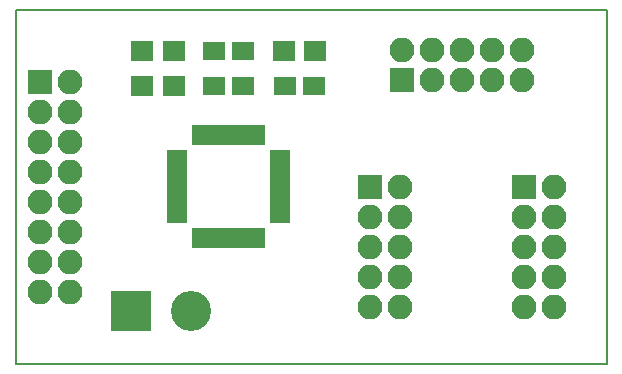
<source format=gbr>
G04 #@! TF.GenerationSoftware,KiCad,Pcbnew,(5.0.0)*
G04 #@! TF.CreationDate,2019-09-15T19:40:45+02:00*
G04 #@! TF.ProjectId,hub75shifter,6875623735736869667465722E6B6963,rev?*
G04 #@! TF.SameCoordinates,Original*
G04 #@! TF.FileFunction,Soldermask,Top*
G04 #@! TF.FilePolarity,Negative*
%FSLAX46Y46*%
G04 Gerber Fmt 4.6, Leading zero omitted, Abs format (unit mm)*
G04 Created by KiCad (PCBNEW (5.0.0)) date 09/15/19 19:40:45*
%MOMM*%
%LPD*%
G01*
G04 APERTURE LIST*
%ADD10C,0.200000*%
%ADD11C,0.150000*%
%ADD12R,1.900000X1.650000*%
%ADD13O,2.100000X2.100000*%
%ADD14R,2.100000X2.100000*%
%ADD15R,0.650000X1.700000*%
%ADD16R,1.700000X0.650000*%
%ADD17R,1.900000X1.700000*%
%ADD18C,3.400000*%
%ADD19R,3.400000X3.400000*%
G04 APERTURE END LIST*
D10*
X20000000Y-50000000D02*
X70000000Y-50000000D01*
X20000000Y-20000000D02*
X70000000Y-20000000D01*
D11*
X70000000Y-50000000D02*
X70000000Y-20000000D01*
X20000000Y-50000000D02*
X20000000Y-20000000D01*
D12*
G04 #@! TO.C,C1*
X39250000Y-23500000D03*
X36750000Y-23500000D03*
G04 #@! TD*
G04 #@! TO.C,C2*
X36750000Y-26500000D03*
X39250000Y-26500000D03*
G04 #@! TD*
D13*
G04 #@! TO.C,JHUB75*
X24540000Y-43907500D03*
X22000000Y-43907500D03*
X24540000Y-41367500D03*
X22000000Y-41367500D03*
X24540000Y-38827500D03*
X22000000Y-38827500D03*
X24540000Y-36287500D03*
X22000000Y-36287500D03*
X24540000Y-33747500D03*
X22000000Y-33747500D03*
X24540000Y-31207500D03*
X22000000Y-31207500D03*
X24540000Y-28667500D03*
X22000000Y-28667500D03*
X24540000Y-26127500D03*
D14*
X22000000Y-26127500D03*
G04 #@! TD*
G04 #@! TO.C,JIN1*
X50000000Y-35000000D03*
D13*
X52540000Y-35000000D03*
X50000000Y-37540000D03*
X52540000Y-37540000D03*
X50000000Y-40080000D03*
X52540000Y-40080000D03*
X50000000Y-42620000D03*
X52540000Y-42620000D03*
X50000000Y-45160000D03*
X52540000Y-45160000D03*
G04 #@! TD*
G04 #@! TO.C,JOUT1*
X65540000Y-45160000D03*
X63000000Y-45160000D03*
X65540000Y-42620000D03*
X63000000Y-42620000D03*
X65540000Y-40080000D03*
X63000000Y-40080000D03*
X65540000Y-37540000D03*
X63000000Y-37540000D03*
X65540000Y-35000000D03*
D14*
X63000000Y-35000000D03*
G04 #@! TD*
D13*
G04 #@! TO.C,JSWD1*
X62800000Y-23460000D03*
X62800000Y-26000000D03*
X60260000Y-23460000D03*
X60260000Y-26000000D03*
X57720000Y-23460000D03*
X57720000Y-26000000D03*
X55180000Y-23460000D03*
X55180000Y-26000000D03*
X52640000Y-23460000D03*
D14*
X52640000Y-26000000D03*
G04 #@! TD*
D15*
G04 #@! TO.C,U1*
X35250000Y-30650000D03*
X35750000Y-30650000D03*
X36250000Y-30650000D03*
X36750000Y-30650000D03*
X37250000Y-30650000D03*
X37750000Y-30650000D03*
X38250000Y-30650000D03*
X38750000Y-30650000D03*
X39250000Y-30650000D03*
X39750000Y-30650000D03*
X40250000Y-30650000D03*
X40750000Y-30650000D03*
D16*
X42350000Y-32250000D03*
X42350000Y-32750000D03*
X42350000Y-33250000D03*
X42350000Y-33750000D03*
X42350000Y-34250000D03*
X42350000Y-34750000D03*
X42350000Y-35250000D03*
X42350000Y-35750000D03*
X42350000Y-36250000D03*
X42350000Y-36750000D03*
X42350000Y-37250000D03*
X42350000Y-37750000D03*
D15*
X40750000Y-39350000D03*
X40250000Y-39350000D03*
X39750000Y-39350000D03*
X39250000Y-39350000D03*
X38750000Y-39350000D03*
X38250000Y-39350000D03*
X37750000Y-39350000D03*
X37250000Y-39350000D03*
X36750000Y-39350000D03*
X36250000Y-39350000D03*
X35750000Y-39350000D03*
X35250000Y-39350000D03*
D16*
X33650000Y-37750000D03*
X33650000Y-37250000D03*
X33650000Y-36750000D03*
X33650000Y-36250000D03*
X33650000Y-35750000D03*
X33650000Y-35250000D03*
X33650000Y-34750000D03*
X33650000Y-34250000D03*
X33650000Y-33750000D03*
X33650000Y-33250000D03*
X33650000Y-32750000D03*
X33650000Y-32250000D03*
G04 #@! TD*
D17*
G04 #@! TO.C,D1*
X33350000Y-23500000D03*
X30650000Y-23500000D03*
G04 #@! TD*
G04 #@! TO.C,R1*
X30650000Y-26500000D03*
X33350000Y-26500000D03*
G04 #@! TD*
D12*
G04 #@! TO.C,C4*
X42750000Y-26500000D03*
X45250000Y-26500000D03*
G04 #@! TD*
D17*
G04 #@! TO.C,R2*
X42650000Y-23500000D03*
X45350000Y-23500000D03*
G04 #@! TD*
D18*
G04 #@! TO.C,JPWR1*
X34830000Y-45500000D03*
D19*
X29750000Y-45500000D03*
G04 #@! TD*
M02*

</source>
